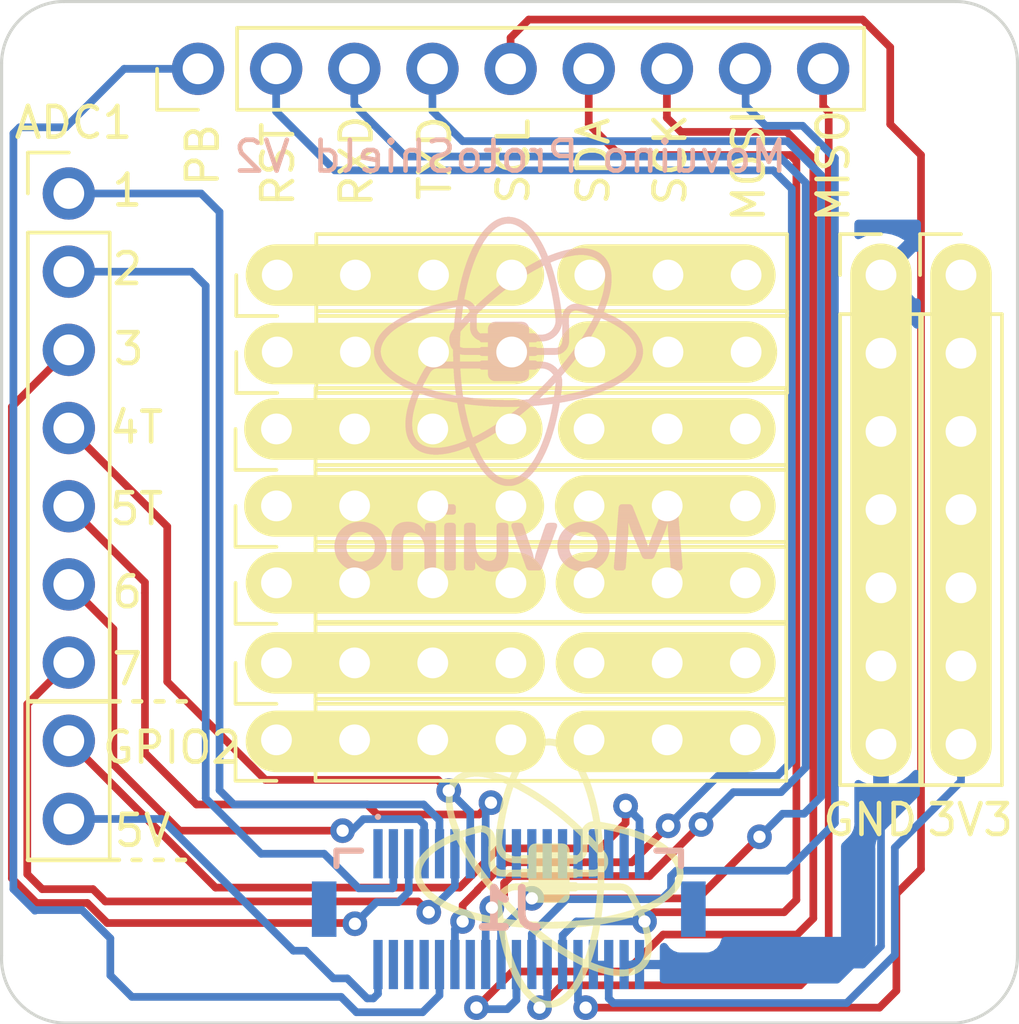
<source format=kicad_pcb>
(kicad_pcb (version 20211014) (generator pcbnew)
  (layers (0 "F.Cu" signal) (31 "B.Cu" signal) (34 "B.Paste" user) (35 "F.Paste" user) (36 "B.SilkS" user "B.Silkscreen") (37 "F.SilkS" user "F.Silkscreen") (38 "B.Mask" user) (39 "F.Mask" user) (44 "Edge.Cuts" user))
  (net 0 "")
  (net 2 "GND")
  (net 4 "+3V3")
  (net 6 "SCL")
  (net 7 "SDA")
  (net 8 "MISO")
  (net 9 "MOSI")
  (net 11 "SCK")
  (net 13 "TXD")
  (net 14 "ADC1.5T")
  (net 15 "RXD")
  (net 16 "ADC1.4T")
  (net 17 "ADC1.7")
  (net 18 "RESET")
  (net 19 "ADC1.1")
  (net 20 "PB")
  (net 21 "ADC1.6")
  (net 22 "ADC1.3")
  (net 23 "ADC1.2")
  (net 24 "+5V")
  (net 36 "GPIO2")
  (footprint "Connector_PinHeader_2.54mm:PinHeader_1x07_P2.54mm_Vertical" (layer "F.Cu") (at 157.7 38)
    (fp_text reference "REF**" hide)
    (fp_text value "PinHeader_1x07_P2.54mm_Vertical" hide)
    (pad "1" thru_hole circle (at 0 0) (size 1.7 1.7) (drill 1) (layers *.Cu *.Mask) (net 4 "+3V3"))
    (pad "2" thru_hole oval (at 0 2.54) (size 1.7 1.7) (drill 1) (layers *.Cu *.Mask) (net 4 "+3V3"))
    (pad "3" thru_hole oval (at 0 5.08) (size 1.7 1.7) (drill 1) (layers *.Cu *.Mask) (net 4 "+3V3"))
    (pad "4" thru_hole oval (at 0 7.62) (size 1.7 1.7) (drill 1) (layers *.Cu *.Mask) (net 4 "+3V3"))
    (pad "5" thru_hole oval (at 0 10.16) (size 1.7 1.7) (drill 1) (layers *.Cu *.Mask) (net 4 "+3V3"))
    (pad "6" thru_hole oval (at 0 12.7) (size 1.7 1.7) (drill 1) (layers *.Cu *.Mask) (net 4 "+3V3"))
    (pad "7" thru_hole oval (at 0 15.24) (size 1.7 1.7) (drill 1) (layers *.Cu *.Mask) (net 4 "+3V3"))
  )
  (footprint "Connector_PinHeader_2.54mm:PinHeader_1x07_P2.54mm_Vertical" (layer "F.Cu") (at 135.45 43 90)
    (fp_text reference "REF**" hide)
    (fp_text value "PinHeader_1x07_P2.54mm_Vertical" hide)
    (pad "1" thru_hole circle (at 0 0 90) (size 1.7 1.7) (drill 1) (layers *.Cu *.Mask))
    (pad "2" thru_hole oval (at 0 2.54 90) (size 1.7 1.7) (drill 1) (layers *.Cu *.Mask))
    (pad "3" thru_hole oval (at 0 5.08 90) (size 1.7 1.7) (drill 1) (layers *.Cu *.Mask))
    (pad "4" thru_hole oval (at 0 7.62 90) (size 1.7 1.7) (drill 1) (layers *.Cu *.Mask))
    (pad "5" thru_hole oval (at 0 10.16 90) (size 1.7 1.7) (drill 1) (layers *.Cu *.Mask))
    (pad "6" thru_hole oval (at 0 12.7 90) (size 1.7 1.7) (drill 1) (layers *.Cu *.Mask))
    (pad "7" thru_hole oval (at 0 15.24 90) (size 1.7 1.7) (drill 1) (layers *.Cu *.Mask))
  )
  (footprint "" (layer "F.Cu") (at 128.52 31.104214)
    (fp_text reference "" (at 0 0) (layer "F.SilkS") (effects (font (size 1.27 1.27))))
    (fp_text value "" (at 0 0) (layer "F.SilkS") (effects (font (size 1.27 1.27))))
    (pad "" np_thru_hole circle locked (at 0 0) (size 2.2 2.2) (drill 2.2) (layers *.Cu *.Mask))
  )
  (footprint "" (layer "F.Cu") (at 157.52 31.104214)
    (fp_text reference "" (at 0 0) (layer "F.SilkS") (effects (font (size 1.27 1.27))))
    (fp_text value "" (at 0 0) (layer "F.SilkS") (effects (font (size 1.27 1.27))))
    (pad "" np_thru_hole circle locked (at 0 0) (size 2.2 2.2) (drill 2.2) (layers *.Cu *.Mask))
  )
  (footprint "Connector_PinHeader_2.54mm:PinHeader_1x07_P2.54mm_Vertical" (layer "F.Cu") (at 135.475 40.5 90)
    (fp_text reference "REF**" hide)
    (fp_text value "PinHeader_1x07_P2.54mm_Vertical" hide)
    (pad "1" thru_hole circle (at 0 0 90) (size 1.7 1.7) (drill 1) (layers *.Cu *.Mask))
    (pad "2" thru_hole oval (at 0 2.54 90) (size 1.7 1.7) (drill 1) (layers *.Cu *.Mask))
    (pad "3" thru_hole oval (at 0 5.08 90) (size 1.7 1.7) (drill 1) (layers *.Cu *.Mask))
    (pad "4" thru_hole oval (at 0 7.62 90) (size 1.7 1.7) (drill 1) (layers *.Cu *.Mask))
    (pad "5" thru_hole oval (at 0 10.16 90) (size 1.7 1.7) (drill 1) (layers *.Cu *.Mask))
    (pad "6" thru_hole oval (at 0 12.7 90) (size 1.7 1.7) (drill 1) (layers *.Cu *.Mask))
    (pad "7" thru_hole oval (at 0 15.24 90) (size 1.7 1.7) (drill 1) (layers *.Cu *.Mask))
  )
  (footprint "MovuinoESP8266:LOGO_MOVUINO_BMP_11MM-BOTTOM" (layer "F.Cu") (at 142.95 40.5)
    (fp_text reference "U$8" hide)
    (fp_text value "LOGO_MOVUINOBOTTOM_11MM" hide)
  )
  (footprint "" (layer "F.Cu") (at 128.52 60.104214)
    (fp_text reference "" (at 0 0) (layer "F.SilkS") (effects (font (size 1.27 1.27))))
    (fp_text value "" (at 0 0) (layer "F.SilkS") (effects (font (size 1.27 1.27))))
    (pad "" np_thru_hole circle locked (at 0 0) (size 2.2 2.2) (drill 2.2) (layers *.Cu *.Mask))
  )
  (footprint "Connector_PinHeader_2.54mm:PinHeader_1x07_P2.54mm_Vertical" (layer "F.Cu") (at 135.45 53.1 90)
    (fp_text reference "REF**" hide)
    (fp_text value "PinHeader_1x07_P2.54mm_Vertical" hide)
    (pad "1" thru_hole circle (at 0 0 90) (size 1.7 1.7) (drill 1) (layers *.Cu *.Mask))
    (pad "2" thru_hole oval (at 0 2.54 90) (size 1.7 1.7) (drill 1) (layers *.Cu *.Mask))
    (pad "3" thru_hole oval (at 0 5.08 90) (size 1.7 1.7) (drill 1) (layers *.Cu *.Mask))
    (pad "4" thru_hole oval (at 0 7.62 90) (size 1.7 1.7) (drill 1) (layers *.Cu *.Mask))
    (pad "5" thru_hole oval (at 0 10.16 90) (size 1.7 1.7) (drill 1) (layers *.Cu *.Mask))
    (pad "6" thru_hole oval (at 0 12.7 90) (size 1.7 1.7) (drill 1) (layers *.Cu *.Mask))
    (pad "7" thru_hole oval (at 0 15.24 90) (size 1.7 1.7) (drill 1) (layers *.Cu *.Mask))
  )
  (footprint "" (layer "F.Cu") (at 157.52 60.104214)
    (fp_text reference "" (at 0 0) (layer "F.SilkS") (effects (font (size 1.27 1.27))))
    (fp_text value "" (at 0 0) (layer "F.SilkS") (effects (font (size 1.27 1.27))))
    (pad "" np_thru_hole circle locked (at 0 0) (size 2.2 2.2) (drill 2.2) (layers *.Cu *.Mask))
  )
  (footprint "Connector_PinHeader_2.54mm:PinHeader_1x07_P2.54mm_Vertical" (layer "F.Cu") (at 155.1 38)
    (fp_text reference "REF**" hide)
    (fp_text value "PinHeader_1x07_P2.54mm_Vertical" hide)
    (pad "1" thru_hole circle (at 0 0) (size 1.7 1.7) (drill 1) (layers *.Cu *.Mask) (net 2 "GND"))
    (pad "2" thru_hole oval (at 0 2.54) (size 1.7 1.7) (drill 1) (layers *.Cu *.Mask) (net 2 "GND"))
    (pad "3" thru_hole oval (at 0 5.08) (size 1.7 1.7) (drill 1) (layers *.Cu *.Mask) (net 2 "GND"))
    (pad "4" thru_hole oval (at 0 7.62) (size 1.7 1.7) (drill 1) (layers *.Cu *.Mask) (net 2 "GND"))
    (pad "5" thru_hole oval (at 0 10.16) (size 1.7 1.7) (drill 1) (layers *.Cu *.Mask) (net 2 "GND"))
    (pad "6" thru_hole oval (at 0 12.7) (size 1.7 1.7) (drill 1) (layers *.Cu *.Mask) (net 2 "GND"))
    (pad "7" thru_hole oval (at 0 15.24) (size 1.7 1.7) (drill 1) (layers *.Cu *.Mask) (net 2 "GND"))
  )
  (footprint "Connector_PinHeader_2.54mm:PinHeader_1x09_P2.54mm_Vertical" (layer "F.Cu") (at 128.7 35.35)
    (fp_text reference "REF**" hide)
    (fp_text value "PinHeader_1x09_P2.54mm_Vertical" hide)
    (pad "1" thru_hole circle (at 0 0) (size 1.7 1.7) (drill 1) (layers *.Cu *.Mask) (net 19 "ADC1.1"))
    (pad "2" thru_hole oval (at 0 2.54) (size 1.7 1.7) (drill 1) (layers *.Cu *.Mask) (net 23 "ADC1.2"))
    (pad "3" thru_hole oval (at 0 5.08) (size 1.7 1.7) (drill 1) (layers *.Cu *.Mask) (net 22 "ADC1.3"))
    (pad "4" thru_hole oval (at 0 7.62) (size 1.7 1.7) (drill 1) (layers *.Cu *.Mask) (net 16 "ADC1.4T"))
    (pad "5" thru_hole oval (at 0 10.16) (size 1.7 1.7) (drill 1) (layers *.Cu *.Mask) (net 14 "ADC1.5T"))
    (pad "6" thru_hole oval (at 0 12.7) (size 1.7 1.7) (drill 1) (layers *.Cu *.Mask) (net 21 "ADC1.6"))
    (pad "7" thru_hole oval (at 0 15.24) (size 1.7 1.7) (drill 1) (layers *.Cu *.Mask) (net 17 "ADC1.7"))
    (pad "8" thru_hole oval (at 0 17.78) (size 1.7 1.7) (drill 1) (layers *.Cu *.Mask) (net 36 "GPIO2"))
    (pad "9" thru_hole oval (at 0 20.32) (size 1.7 1.7) (drill 1) (layers *.Cu *.Mask) (net 24 "+5V"))
  )
  (footprint "Connector_PinHeader_2.54mm:PinHeader_1x07_P2.54mm_Vertical" (layer "F.Cu") (at 135.45 45.5 90)
    (fp_text reference "REF**" hide)
    (fp_text value "PinHeader_1x07_P2.54mm_Vertical" hide)
    (pad "1" thru_hole circle (at 0 0 90) (size 1.7 1.7) (drill 1) (layers *.Cu *.Mask))
    (pad "2" thru_hole oval (at 0 2.54 90) (size 1.7 1.7) (drill 1) (layers *.Cu *.Mask))
    (pad "3" thru_hole oval (at 0 5.08 90) (size 1.7 1.7) (drill 1) (layers *.Cu *.Mask))
    (pad "4" thru_hole oval (at 0 7.62 90) (size 1.7 1.7) (drill 1) (layers *.Cu *.Mask))
    (pad "5" thru_hole oval (at 0 10.16 90) (size 1.7 1.7) (drill 1) (layers *.Cu *.Mask))
    (pad "6" thru_hole oval (at 0 12.7 90) (size 1.7 1.7) (drill 1) (layers *.Cu *.Mask))
    (pad "7" thru_hole oval (at 0 15.24 90) (size 1.7 1.7) (drill 1) (layers *.Cu *.Mask))
  )
  (footprint "Connector_PinHeader_2.54mm:PinHeader_1x07_P2.54mm_Vertical" (layer "F.Cu") (at 135.45 50.6 90)
    (fp_text reference "REF**" hide)
    (fp_text value "PinHeader_1x07_P2.54mm_Vertical" hide)
    (pad "1" thru_hole circle (at 0 0 90) (size 1.7 1.7) (drill 1) (layers *.Cu *.Mask))
    (pad "2" thru_hole oval (at 0 2.54 90) (size 1.7 1.7) (drill 1) (layers *.Cu *.Mask))
    (pad "3" thru_hole oval (at 0 5.08 90) (size 1.7 1.7) (drill 1) (layers *.Cu *.Mask))
    (pad "4" thru_hole oval (at 0 7.62 90) (size 1.7 1.7) (drill 1) (layers *.Cu *.Mask))
    (pad "5" thru_hole oval (at 0 10.16 90) (size 1.7 1.7) (drill 1) (layers *.Cu *.Mask))
    (pad "6" thru_hole oval (at 0 12.7 90) (size 1.7 1.7) (drill 1) (layers *.Cu *.Mask))
    (pad "7" thru_hole oval (at 0 15.24 90) (size 1.7 1.7) (drill 1) (layers *.Cu *.Mask))
  )
  (footprint "Connector_PinHeader_2.54mm:PinHeader_1x07_P2.54mm_Vertical" (layer "F.Cu") (at 135.45 48 90)
    (fp_text reference "REF**" hide)
    (fp_text value "PinHeader_1x07_P2.54mm_Vertical" hide)
    (pad "1" thru_hole circle (at 0 0 90) (size 1.7 1.7) (drill 1) (layers *.Cu *.Mask))
    (pad "2" thru_hole oval (at 0 2.54 90) (size 1.7 1.7) (drill 1) (layers *.Cu *.Mask))
    (pad "3" thru_hole oval (at 0 5.08 90) (size 1.7 1.7) (drill 1) (layers *.Cu *.Mask))
    (pad "4" thru_hole oval (at 0 7.62 90) (size 1.7 1.7) (drill 1) (layers *.Cu *.Mask))
    (pad "5" thru_hole oval (at 0 10.16 90) (size 1.7 1.7) (drill 1) (layers *.Cu *.Mask))
    (pad "6" thru_hole oval (at 0 12.7 90) (size 1.7 1.7) (drill 1) (layers *.Cu *.Mask))
    (pad "7" thru_hole oval (at 0 15.24 90) (size 1.7 1.7) (drill 1) (layers *.Cu *.Mask))
  )
  (footprint "Connector_PinHeader_2.54mm:PinHeader_1x09_P2.54mm_Vertical" (layer "F.Cu") (at 132.9 31.3 90)
    (fp_text reference "REF**" hide)
    (fp_text value "PinHeader_1x09_P2.54mm_Vertical" hide)
    (pad "1" thru_hole circle (at 0 0 90) (size 1.7 1.7) (drill 1) (layers *.Cu *.Mask) (net 20 "PB"))
    (pad "2" thru_hole oval (at 0 2.54 90) (size 1.7 1.7) (drill 1) (layers *.Cu *.Mask) (net 18 "RESET"))
    (pad "3" thru_hole oval (at 0 5.08 90) (size 1.7 1.7) (drill 1) (layers *.Cu *.Mask) (net 15 "RXD"))
    (pad "4" thru_hole oval (at 0 7.62 90) (size 1.7 1.7) (drill 1) (layers *.Cu *.Mask) (net 13 "TXD"))
    (pad "5" thru_hole oval (at 0 10.16 90) (size 1.7 1.7) (drill 1) (layers *.Cu *.Mask) (net 6 "SCL"))
    (pad "6" thru_hole oval (at 0 12.7 90) (size 1.7 1.7) (drill 1) (layers *.Cu *.Mask) (net 7 "SDA"))
    (pad "7" thru_hole oval (at 0 15.24 90) (size 1.7 1.7) (drill 1) (layers *.Cu *.Mask) (net 11 "SCK"))
    (pad "8" thru_hole oval (at 0 17.78 90) (size 1.7 1.7) (drill 1) (layers *.Cu *.Mask) (net 9 "MOSI"))
    (pad "9" thru_hole oval (at 0 20.32 90) (size 1.7 1.7) (drill 1) (layers *.Cu *.Mask) (net 8 "MISO"))
  )
  (footprint "Connector_PinHeader_2.54mm:PinHeader_1x07_P2.54mm_Vertical" (layer "F.Cu") (at 135.475 38 90)
    (fp_text reference "REF**" hide)
    (fp_text value "PinHeader_1x07_P2.54mm_Vertical" hide)
    (pad "1" thru_hole circle (at 0 0 90) (size 1.7 1.7) (drill 1) (layers *.Cu *.Mask))
    (pad "2" thru_hole oval (at 0 2.54 90) (size 1.7 1.7) (drill 1) (layers *.Cu *.Mask))
    (pad "3" thru_hole oval (at 0 5.08 90) (size 1.7 1.7) (drill 1) (layers *.Cu *.Mask))
    (pad "4" thru_hole oval (at 0 7.62 90) (size 1.7 1.7) (drill 1) (layers *.Cu *.Mask))
    (pad "5" thru_hole oval (at 0 10.16 90) (size 1.7 1.7) (drill 1) (layers *.Cu *.Mask))
    (pad "6" thru_hole oval (at 0 12.7 90) (size 1.7 1.7) (drill 1) (layers *.Cu *.Mask))
    (pad "7" thru_hole oval (at 0 15.24 90) (size 1.7 1.7) (drill 1) (layers *.Cu *.Mask))
  )
  (footprint "MovuinoESP8266:LOGO_MOVUINO_BMP_11MM-BOTTOM" (layer "B.Cu") (at 144.35 57.45 180)
    (fp_text reference "U$8" hide)
    (fp_text value "LOGO_MOVUINOBOTTOM_11MM" hide)
  )
  (footprint "DF12_3.0_-36DP-0:DF123036DP05V86" (layer "B.Cu") (at 143 58.6)
    (fp_text reference "J1" (at 0 0 180) (layer "B.SilkS") (effects (font (size 1.27 1.27) (thickness 0.254)) (justify mirror)))
    (fp_text value "DF12_3.0_-36DP-0.5V_86_" hide)
    (pad "1" smd rect (at -4.25 -1.8) (size 0.3 1.6) (layers "B.Cu" "B.Paste" "B.Mask"))
    (pad "2" smd rect (at -4.25 1.8) (size 0.3 1.6) (layers "B.Cu" "B.Paste" "B.Mask") (net 24 "+5V"))
    (pad "3" smd rect (at -3.75 -1.8) (size 0.3 1.6) (layers "B.Cu" "B.Paste" "B.Mask") (net 23 "ADC1.2"))
    (pad "4" smd rect (at -3.75 1.8) (size 0.3 1.6) (layers "B.Cu" "B.Paste" "B.Mask"))
    (pad "5" smd rect (at -3.25 -1.8) (size 0.3 1.6) (layers "B.Cu" "B.Paste" "B.Mask") (net 22 "ADC1.3"))
    (pad "6" smd rect (at -3.25 1.8) (size 0.3 1.6) (layers "B.Cu" "B.Paste" "B.Mask"))
    (pad "7" smd rect (at -2.75 -1.8) (size 0.3 1.6) (layers "B.Cu" "B.Paste" "B.Mask") (net 21 "ADC1.6"))
    (pad "8" smd rect (at -2.75 1.8) (size 0.3 1.6) (layers "B.Cu" "B.Paste" "B.Mask"))
    (pad "9" smd rect (at -2.25 -1.8) (size 0.3 1.6) (layers "B.Cu" "B.Paste" "B.Mask") (net 19 "ADC1.1"))
    (pad "10" smd rect (at -2.25 1.8) (size 0.3 1.6) (layers "B.Cu" "B.Paste" "B.Mask") (net 20 "PB"))
    (pad "11" smd rect (at -1.75 -1.8) (size 0.3 1.6) (layers "B.Cu" "B.Paste" "B.Mask") (net 17 "ADC1.7"))
    (pad "12" smd rect (at -1.75 1.8) (size 0.3 1.6) (layers "B.Cu" "B.Paste" "B.Mask") (net 18 "RESET"))
    (pad "13" smd rect (at -1.25 -1.8) (size 0.3 1.6) (layers "B.Cu" "B.Paste" "B.Mask") (net 16 "ADC1.4T"))
    (pad "14" smd rect (at -1.25 1.8) (size 0.3 1.6) (layers "B.Cu" "B.Paste" "B.Mask"))
    (pad "15" smd rect (at -0.75 -1.8) (size 0.3 1.6) (layers "B.Cu" "B.Paste" "B.Mask") (net 14 "ADC1.5T"))
    (pad "16" smd rect (at -0.75 1.8) (size 0.3 1.6) (layers "B.Cu" "B.Paste" "B.Mask") (net 15 "RXD"))
    (pad "17" smd rect (at -0.25 -1.8) (size 0.3 1.6) (layers "B.Cu" "B.Paste" "B.Mask"))
    (pad "18" smd rect (at -0.25 1.8) (size 0.3 1.6) (layers "B.Cu" "B.Paste" "B.Mask") (net 13 "TXD"))
    (pad "19" smd rect (at 0.25 -1.8) (size 0.3 1.6) (layers "B.Cu" "B.Paste" "B.Mask"))
    (pad "20" smd rect (at 0.25 1.8) (size 0.3 1.6) (layers "B.Cu" "B.Paste" "B.Mask") (net 11 "SCK"))
    (pad "21" smd rect (at 0.75 -1.8) (size 0.3 1.6) (layers "B.Cu" "B.Paste" "B.Mask"))
    (pad "22" smd rect (at 0.75 1.8) (size 0.3 1.6) (layers "B.Cu" "B.Paste" "B.Mask") (net 9 "MOSI"))
    (pad "23" smd rect (at 1.25 -1.8) (size 0.3 1.6) (layers "B.Cu" "B.Paste" "B.Mask"))
    (pad "24" smd rect (at 1.25 1.8) (size 0.3 1.6) (layers "B.Cu" "B.Paste" "B.Mask") (net 8 "MISO"))
    (pad "25" smd rect (at 1.75 -1.8) (size 0.3 1.6) (layers "B.Cu" "B.Paste" "B.Mask"))
    (pad "26" smd rect (at 1.75 1.8) (size 0.3 1.6) (layers "B.Cu" "B.Paste" "B.Mask") (net 7 "SDA"))
    (pad "27" smd rect (at 2.25 -1.8) (size 0.3 1.6) (layers "B.Cu" "B.Paste" "B.Mask"))
    (pad "28" smd rect (at 2.25 1.8) (size 0.3 1.6) (layers "B.Cu" "B.Paste" "B.Mask") (net 6 "SCL"))
    (pad "29" smd rect (at 2.75 -1.8) (size 0.3 1.6) (layers "B.Cu" "B.Paste" "B.Mask"))
    (pad "30" smd rect (at 2.75 1.8) (size 0.3 1.6) (layers "B.Cu" "B.Paste" "B.Mask") (net 4 "+3V3"))
    (pad "31" smd rect (at 3.25 -1.8) (size 0.3 1.6) (layers "B.Cu" "B.Paste" "B.Mask"))
    (pad "32" smd rect (at 3.25 1.8) (size 0.3 1.6) (layers "B.Cu" "B.Paste" "B.Mask") (net 4 "+3V3"))
    (pad "33" smd rect (at 3.75 -1.8) (size 0.3 1.6) (layers "B.Cu" "B.Paste" "B.Mask"))
    (pad "34" smd rect (at 3.75 1.8) (size 0.3 1.6) (layers "B.Cu" "B.Paste" "B.Mask") (net 2 "GND"))
    (pad "35" smd rect (at 4.25 -1.8) (size 0.3 1.6) (layers "B.Cu" "B.Paste" "B.Mask") (net 36 "GPIO2"))
    (pad "36" smd rect (at 4.25 1.8) (size 0.3 1.6) (layers "B.Cu" "B.Paste" "B.Mask") (net 2 "GND"))
    (pad "MP1" smd rect (at -6 0) (size 0.8 1.8) (layers "B.Cu" "B.Paste" "B.Mask"))
    (pad "MP2" smd rect (at 6 0) (size 0.8 1.8) (layers "B.Cu" "B.Paste" "B.Mask"))
  )
  (gr_line (start 145.525 50.6) (end 150.675 50.6) (layer "F.SilkS") (width 2))
  (gr_line (start 131.5 57) (end 131.75 57) (layer "F.SilkS") (width 0.15))
  (gr_line (start 135.4 45.5) (end 143.15 45.5) (layer "F.SilkS") (width 2))
  (gr_line (start 145.5 45.5) (end 150.675 45.5) (layer "F.SilkS") (width 2))
  (gr_line (start 132.25 51.85) (end 132.5 51.85) (layer "F.SilkS") (width 0.15))
  (gr_line (start 155.1 53.3) (end 155.1 37.975) (layer "F.SilkS") (width 2))
  (gr_line (start 135.45 38) (end 143.15 38) (layer "F.SilkS") (width 2))
  (gr_line (start 130.775 57) (end 131.025 57) (layer "F.SilkS") (width 0.15))
  (gr_line (start 131.525 51.85) (end 131.775 51.85) (layer "F.SilkS") (width 0.15))
  (gr_line (start 135.45 48) (end 143.2 48) (layer "F.SilkS") (width 2))
  (gr_line (start 145.6 40.5) (end 150.725 40.5) (layer "F.SilkS") (width 2))
  (gr_line (start 145.575 38) (end 150.675 38) (layer "F.SilkS") (width 2))
  (gr_line (start 135.45 53.15) (end 143.2 53.15) (layer "F.SilkS") (width 2))
  (gr_line (start 135.4 40.55) (end 143.15 40.55) (layer "F.SilkS") (width 2))
  (gr_line (start 135.4 43) (end 143.1 43) (layer "F.SilkS") (width 2))
  (gr_line (start 145.6 43) (end 150.675 43) (layer "F.SilkS") (width 2))
  (gr_line (start 145.525 48) (end 150.675 48) (layer "F.SilkS") (width 2))
  (gr_line (start 157.7 53.3) (end 157.7 37.975) (layer "F.SilkS") (width 2))
  (gr_line (start 130.8 51.85) (end 131.05 51.85) (layer "F.SilkS") (width 0.15))
  (gr_line (start 145.525 53.15) (end 150.675 53.15) (layer "F.SilkS") (width 2))
  (gr_line (start 127.4 51.85) (end 130.35 51.85) (layer "F.SilkS") (width 0.15))
  (gr_line (start 135.425 50.6) (end 143.175 50.6) (layer "F.SilkS") (width 2))
  (gr_line (start 127.375 57) (end 130.325 57) (layer "F.SilkS") (width 0.15))
  (gr_line (start 132.225 57) (end 132.475 57) (layer "F.SilkS") (width 0.15))
  (gr_line (start 126.515786 31.114214) (end 126.515786 60.114214) (layer "Edge.Cuts") (width 0.1))
  (gr_arc (start 159.535786 60.114214) (mid 158.965205 61.590777) (end 157.55 62.3) (layer "Edge.Cuts") (width 0.1))
  (gr_line (start 159.535786 31.114214) (end 159.535786 60.114214) (layer "Edge.Cuts") (width 0.1))
  (gr_line (start 128.535786 29.114214) (end 157.535786 29.114214) (layer "Edge.Cuts") (width 0.1))
  (gr_arc (start 157.535786 29.114214) (mid 158.950004 29.699996) (end 159.535786 31.114214) (layer "Edge.Cuts") (width 0.1))
  (gr_arc (start 126.515786 31.114214) (mid 127.114488 29.698803) (end 128.535786 29.114214) (layer "Edge.Cuts") (width 0.1))
  (gr_arc (start 128.55 62.3) (mid 127.075488 61.632787) (end 126.515786 60.114214) (layer "Edge.Cuts") (width 0.1))
  (gr_line (start 128.55 62.3) (end 157.55 62.3) (layer "Edge.Cuts") (width 0.1))
  (gr_text "Movuino ProtoShield V2" (at 143.05 34.15) (layer "B.SilkS") (effects (font (size 1 1)) (justify mirror)))
  (gr_text "RXD" (at 138.05 34.3 90) (layer "F.SilkS") (effects (font (size 1 1))))
  (gr_text "2" (at 130.6 37.8) (layer "F.SilkS") (effects (font (size 1 1))))
  (gr_text "5V" (at 131.1 56.05) (layer "F.SilkS") (effects (font (size 1 1))))
  (gr_text "GND" (at 154.75 55.7) (layer "F.SilkS") (effects (font (size 1 1))))
  (gr_text "MISO" (at 153.55 34.45 90) (layer "F.SilkS") (effects (font (size 1 1))))
  (gr_text "RST" (at 135.5 34.4 90) (layer "F.SilkS") (effects (font (size 1 1))))
  (gr_text "3" (at 130.65 40.4) (layer "F.SilkS") (effects (font (size 1 1))))
  (gr_text "SCK" (at 148.25 34.25 90) (layer "F.SilkS") (effects (font (size 1 1))))
  (gr_text "4T" (at 130.9 42.95) (layer "F.SilkS") (effects (font (size 1 1))))
  (gr_text "PB" (at 133.05 34.1 90) (layer "F.SilkS") (effects (font (size 1 1))))
  (gr_text "7" (at 130.6 50.8) (layer "F.SilkS") (effects (font (size 1 1))))
  (gr_text "TXD" (at 140.6 34.2 90) (layer "F.SilkS") (effects (font (size 1 1))))
  (gr_text "GPIO2" (at 132.05 53.35) (layer "F.SilkS") (effects (font (size 1 1))))
  (gr_text "MOSI" (at 150.8 34.45 90) (layer "F.SilkS") (effects (font (size 1 1))))
  (gr_text "SDA" (at 145.75 34.3 90) (layer "F.SilkS") (effects (font (size 1 1))))
  (gr_text "SCL" (at 143.15 34.3 90) (layer "F.SilkS") (effects (font (size 1 1))))
  (gr_text "ADC1" (at 128.85 33.05) (layer "F.SilkS") (effects (font (size 1 1))))
  (gr_text "3V3" (at 158 55.7) (layer "F.SilkS") (effects (font (size 1 1))))
  (gr_text "1" (at 130.6 35.25) (layer "F.SilkS") (effects (font (size 1 1))))
  (gr_text "5T" (at 130.9 45.6) (layer "F.SilkS") (effects (font (size 1 1))))
  (gr_text "6" (at 130.6 48.3) (layer "F.SilkS") (effects (font (size 1 1))))
  (segment (start 135.475 40.5) (end 143.095 40.5) (width 0.2) (layer "F.Cu") (net 0))
  (segment (start 145.61 48) (end 150.69 48) (width 0.2) (layer "F.Cu") (net 0))
  (segment (start 135.45 48) (end 143.07 48) (width 0.2) (layer "F.Cu") (net 0))
  (segment (start 145.61 50.6) (end 150.69 50.6) (width 0.2) (layer "F.Cu") (net 0))
  (segment (start 145.635 38) (end 150.715 38) (width 0.2) (layer "F.Cu") (net 0))
  (segment (start 135.475 38) (end 143.095 38) (width 0.2) (layer "F.Cu") (net 0))
  (segment (start 145.635 40.5) (end 150.715 40.5) (width 0.2) (layer "F.Cu") (net 0))
  (segment (start 135.45 43) (end 143.07 43) (width 0.2) (layer "F.Cu") (net 0))
  (segment (start 135.45 50.6) (end 143.07 50.6) (width 0.2) (layer "F.Cu") (net 0))
  (segment (start 145.61 45.5) (end 150.69 45.5) (width 0.2) (layer "F.Cu") (net 0))
  (segment (start 145.61 53.1) (end 150.69 53.1) (width 0.2) (layer "F.Cu") (net 0))
  (segment (start 135.45 45.5) (end 143.07 45.5) (width 0.2) (layer "F.Cu") (net 0))
  (segment (start 135.45 53.1) (end 143.07 53.1) (width 0.2) (layer "F.Cu") (net 0))
  (segment (start 145.61 43) (end 150.69 43) (width 0.2) (layer "F.Cu") (net 0))
  (segment (start 155.1 49.5) (end 155.1 38) (width 0.2) (layer "B.Cu") (net 2))
  (segment (start 155.1 49.5) (end 155.1 53.24) (width 0.2) (layer "B.Cu") (net 2))
  (segment (start 154.5 60.4) (end 155.1 59.8) (width 0.25) (layer "B.Cu") (net 2))
  (segment (start 155.1 50.7) (end 155.1 49.5) (width 0.2) (layer "B.Cu") (net 2))
  (segment (start 146.75 60.4) (end 147.25 60.4) (width 0.25) (layer "B.Cu") (net 2))
  (segment (start 147.25 60.4) (end 154.5 60.4) (width 0.25) (layer "B.Cu") (net 2))
  (segment (start 155.1 59.8) (end 155.1 53.24) (width 0.25) (layer "B.Cu") (net 2))
  (segment (start 155.54952 60.086198) (end 155.54952 56.60048) (width 0.25) (layer "B.Cu") (net 4))
  (segment (start 157.7 38) (end 157.7 53.24) (width 0.2) (layer "B.Cu") (net 4))
  (segment (start 146.25 61.499022) (end 146.4 61.649022) (width 0.25) (layer "B.Cu") (net 4))
  (segment (start 146.25 60.4) (end 146.25 61.499022) (width 0.25) (layer "B.Cu") (net 4))
  (segment (start 145.75 60.4) (end 146.25 60.4) (width 0.25) (layer "B.Cu") (net 4))
  (segment (start 146.4 61.649022) (end 146.4 61.65) (width 0.25) (layer "B.Cu") (net 4))
  (segment (start 146.4 61.65) (end 153.985718 61.65) (width 0.25) (layer "B.Cu") (net 4))
  (segment (start 157.7 54.45) (end 157.7 53.24) (width 0.25) (layer "B.Cu") (net 4))
  (segment (start 155.54952 56.60048) (end 157.7 54.45) (width 0.25) (layer "B.Cu") (net 4))
  (segment (start 153.985718 61.65) (end 155.54952 60.086198) (width 0.25) (layer "B.Cu") (net 4))
  (segment (start 155.4 33.1) (end 155.4 30.6) (width 0.25) (layer "F.Cu") (net 6))
  (segment (start 155.4 30.6) (end 154.5 29.7) (width 0.25) (layer "F.Cu") (net 6))
  (segment (start 145.5 61.8) (end 155.05 61.8) (width 0.25) (layer "F.Cu") (net 6))
  (segment (start 155.05 61.8) (end 155.6 61.25) (width 0.25) (layer "F.Cu") (net 6))
  (segment (start 143.06 30.29) (end 143.06 31.3) (width 0.25) (layer "F.Cu") (net 6))
  (segment (start 154.5 29.7) (end 143.65 29.7) (width 0.25) (layer "F.Cu") (net 6))
  (segment (start 156.4 34.1) (end 155.4 33.1) (width 0.25) (layer "F.Cu") (net 6))
  (segment (start 156.4 57.3) (end 156.4 34.1) (width 0.25) (layer "F.Cu") (net 6))
  (segment (start 155.6 58.1) (end 156.4 57.3) (width 0.25) (layer "F.Cu") (net 6))
  (segment (start 143.65 29.7) (end 143.06 30.29) (width 0.25) (layer "F.Cu") (net 6))
  (segment (start 155.6 61.25) (end 155.6 58.1) (width 0.25) (layer "F.Cu") (net 6))
  (via (at 145.5 61.8) (size 0.8) (drill 0.4) (layers "F.Cu" "B.Cu") (net 6))
  (segment (start 145.25 61.55) (end 145.25 60.4) (width 0.25) (layer "B.Cu") (net 6))
  (segment (start 145.5 61.8) (end 145.25 61.55) (width 0.25) (layer "B.Cu") (net 6))
  (segment (start 146.6 34.1) (end 145.6 33.1) (width 0.25) (layer "F.Cu") (net 7))
  (segment (start 151.95 58.7) (end 152.35 58.3) (width 0.25) (layer "F.Cu") (net 7))
  (segment (start 147.713827 58.7) (end 151.95 58.7) (width 0.25) (layer "F.Cu") (net 7))
  (segment (start 145.6 33.1) (end 145.6 31.3) (width 0.25) (layer "F.Cu") (net 7))
  (segment (start 152.35 58.3) (end 152.35 34.3) (width 0.25) (layer "F.Cu") (net 7))
  (segment (start 147.413183 59.000644) (end 147.713827 58.7) (width 0.25) (layer "F.Cu") (net 7))
  (segment (start 152.15 34.1) (end 146.6 34.1) (width 0.25) (layer "F.Cu") (net 7))
  (segment (start 152.35 34.3) (end 152.15 34.1) (width 0.25) (layer "F.Cu") (net 7))
  (via (at 147.413183 59.000644) (size 0.8) (drill 0.4) (layers "F.Cu" "B.Cu") (net 7))
  (segment (start 144.75 60.4) (end 144.75 59.45) (width 0.25) (layer "B.Cu") (net 7))
  (segment (start 145.2 59) (end 147.412539 59) (width 0.25) (layer "B.Cu") (net 7))
  (segment (start 147.412539 59) (end 147.413183 59.000644) (width 0.25) (layer "B.Cu") (net 7))
  (segment (start 144.75 59.45) (end 145.2 59) (width 0.25) (layer "B.Cu") (net 7))
  (segment (start 153.4 32.7) (end 153.22 32.52) (width 0.25) (layer "F.Cu") (net 8))
  (segment (start 153.4 60.15) (end 153.4 32.7) (width 0.25) (layer "F.Cu") (net 8))
  (segment (start 152.474511 61.075489) (end 153.4 60.15) (width 0.25) (layer "F.Cu") (net 8))
  (segment (start 144 61.8) (end 144.724511 61.075489) (width 0.25) (layer "F.Cu") (net 8))
  (segment (start 144.724511 61.075489) (end 152.474511 61.075489) (width 0.25) (layer "F.Cu") (net 8))
  (segment (start 153.22 32.52) (end 153.22 31.3) (width 0.25) (layer "F.Cu") (net 8))
  (via (at 144 61.8) (size 0.8) (drill 0.4) (layers "F.Cu" "B.Cu") (net 8))
  (segment (start 144.25 61.55) (end 144.25 60.4) (width 0.25) (layer "B.Cu") (net 8))
  (segment (start 144 61.8) (end 144.25 61.55) (width 0.25) (layer "B.Cu") (net 8))
  (segment (start 148.275489 57.974511) (end 148.275489 57.524511) (width 0.25) (layer "B.Cu") (net 9))
  (segment (start 150.7 32.075481) (end 150.7 31.32) (width 0.2) (layer "B.Cu") (net 9))
  (segment (start 151.35 33.15) (end 150.7 32.5) (width 0.25) (layer "B.Cu") (net 9))
  (segment (start 150.7 31.32) (end 150.68 31.3) (width 0.25) (layer "B.Cu") (net 9))
  (segment (start 150.7 32.5) (end 150.7 31.32) (width 0.25) (layer "B.Cu") (net 9))
  (segment (start 153.6 55.8) (end 153.6 34.2) (width 0.25) (layer "B.Cu") (net 9))
  (segment (start 152.05 57.35) (end 153.6 55.8) (width 0.25) (layer "B.Cu") (net 9))
  (segment (start 148.45 57.35) (end 152.05 57.35) (width 0.25) (layer "B.Cu") (net 9))
  (segment (start 143.75 59.4) (end 144.873867 58.276133) (width 0.25) (layer "B.Cu") (net 9))
  (segment (start 153.6 34.2) (end 152.55 33.15) (width 0.25) (layer "B.Cu") (net 9))
  (segment (start 144.873867 58.276133) (end 147.973867 58.276133) (width 0.25) (layer "B.Cu") (net 9))
  (segment (start 143.75 60.4) (end 143.75 59.4) (width 0.25) (layer "B.Cu") (net 9))
  (segment (start 148.275489 57.524511) (end 148.45 57.35) (width 0.25) (layer "B.Cu") (net 9))
  (segment (start 152.55 33.15) (end 151.35 33.15) (width 0.25) (layer "B.Cu") (net 9))
  (segment (start 147.973867 58.276133) (end 148.275489 57.974511) (width 0.25) (layer "B.Cu") (net 9))
  (segment (start 148.14 32.89) (end 148.14 31.3) (width 0.25) (layer "F.Cu") (net 11))
  (segment (start 148.020603 59.425479) (end 152.374521 59.425479) (width 0.25) (layer "F.Cu") (net 11))
  (segment (start 152.035718 33.35) (end 148.6 33.35) (width 0.25) (layer "F.Cu") (net 11))
  (segment (start 148.14 32.89) (end 148.2 32.95) (width 0.2) (layer "F.Cu") (net 11))
  (segment (start 148.6 33.35) (end 148.14 32.89) (width 0.25) (layer "F.Cu") (net 11))
  (segment (start 141.95 61.8) (end 143.124031 60.625969) (width 0.25) (layer "F.Cu") (net 11))
  (segment (start 152.9 34.214282) (end 152.035718 33.35) (width 0.25) (layer "F.Cu") (net 11))
  (segment (start 152.9 58.9) (end 152.9 34.214282) (width 0.25) (layer "F.Cu") (net 11))
  (segment (start 152.374521 59.425479) (end 152.9 58.9) (width 0.25) (layer "F.Cu") (net 11))
  (segment (start 146.820113 60.625969) (end 148.020603 59.425479) (width 0.25) (layer "F.Cu") (net 11))
  (segment (start 143.124031 60.625969) (end 146.820113 60.625969) (width 0.25) (layer "F.Cu") (net 11))
  (via (at 141.95 61.8) (size 0.8) (drill 0.4) (layers "F.Cu" "B.Cu") (net 11))
  (segment (start 143.25 61.55) (end 143.25 61.25) (width 0.25) (layer "B.Cu") (net 11))
  (segment (start 143.25 60.4) (end 143.25 61.25) (width 0.25) (layer "B.Cu") (net 11))
  (segment (start 143.25 61.25) (end 143.25 61.4) (width 0.25) (layer "B.Cu") (net 11))
  (segment (start 143.25 61.55) (end 143.25 61.4) (width 0.2) (layer "B.Cu") (net 11))
  (segment (start 142.95048 61.84952) (end 143.25 61.55) (width 0.25) (layer "B.Cu") (net 11))
  (segment (start 141.95 61.8) (end 141.99952 61.84952) (width 0.25) (layer "B.Cu") (net 11))
  (segment (start 141.99952 61.84952) (end 142.95048 61.84952) (width 0.25) (layer "B.Cu") (net 11))
  (segment (start 143.75 58.25) (end 149.15 58.25) (width 0.25) (layer "F.Cu") (net 13))
  (segment (start 149.15 58.25) (end 151.15 56.25) (width 0.25) (layer "F.Cu") (net 13))
  (via (at 143.75 58.25) (size 0.8) (drill 0.4) (layers "F.Cu" "B.Cu") (net 13))
  (via (at 151.15 56.25) (size 0.8) (drill 0.4) (layers "F.Cu" "B.Cu") (net 13))
  (segment (start 141.5 33.65) (end 140.52 32.67) (width 0.25) (layer "B.Cu") (net 13))
  (segment (start 142.75 60.4) (end 142.75 59.274614) (width 0.25) (layer "B.Cu") (net 13))
  (segment (start 151.9 55.5) (end 152.6 55.5) (width 0.25) (layer "B.Cu") (net 13))
  (segment (start 151.15 56.25) (end 151.9 55.5) (width 0.25) (layer "B.Cu") (net 13))
  (segment (start 143.75 58.274614) (end 143.75 58.25) (width 0.25) (layer "B.Cu") (net 13))
  (segment (start 152.6 55.5) (end 153.15048 54.94952) (width 0.25) (layer "B.Cu") (net 13))
  (segment (start 140.52 31.3) (end 140.52 32.27) (width 0.2) (layer "B.Cu") (net 13))
  (segment (start 140.52 32.67) (end 140.52 31.3) (width 0.25) (layer "B.Cu") (net 13))
  (segment (start 152.05048 33.65) (end 141.5 33.65) (width 0.25) (layer "B.Cu") (net 13))
  (segment (start 142.75 59.274614) (end 143.75 58.274614) (width 0.25) (layer "B.Cu") (net 13))
  (segment (start 153.15048 34.75) (end 152.05048 33.65) (width 0.25) (layer "B.Cu") (net 13))
  (segment (start 153.15048 54.94952) (end 153.15048 34.75) (width 0.25) (layer "B.Cu") (net 13))
  (segment (start 142.037318 55.524511) (end 142.421466 55.140363) (width 0.25) (layer "F.Cu") (net 14))
  (segment (start 131.175489 53.525489) (end 132.85 55.2) (width 0.25) (layer "F.Cu") (net 14))
  (segment (start 138.724511 55.524511) (end 142.037318 55.524511) (width 0.25) (layer "F.Cu") (net 14))
  (segment (start 131.175489 48.325489) (end 131.175489 53.525489) (width 0.25) (layer "F.Cu") (net 14))
  (segment (start 128.7 45.51) (end 131.175489 47.985489) (width 0.25) (layer "F.Cu") (net 14))
  (segment (start 131.175489 47.985489) (end 131.175489 48.325489) (width 0.25) (layer "F.Cu") (net 14))
  (segment (start 132.85 55.2) (end 138.4 55.2) (width 0.25) (layer "F.Cu") (net 14))
  (segment (start 138.4 55.2) (end 138.724511 55.524511) (width 0.25) (layer "F.Cu") (net 14))
  (via (at 142.421466 55.140363) (size 0.8) (drill 0.4) (layers "F.Cu" "B.Cu") (net 14))
  (segment (start 142.25 56.8) (end 142.25 55.311829) (width 0.25) (layer "B.Cu") (net 14))
  (segment (start 142.25 55.311829) (end 142.421466 55.140363) (width 0.25) (layer "B.Cu") (net 14))
  (segment (start 142.85 58.15) (end 142.85 57.75) (width 0.25) (layer "F.Cu") (net 15))
  (segment (start 142.45 58.55) (end 142.85 58.15) (width 0.25) (layer "F.Cu") (net 15))
  (segment (start 143.074511 57.525489) (end 147.574511 57.525489) (width 0.25) (layer "F.Cu") (net 15))
  (segment (start 147.574511 57.525489) (end 149.25 55.85) (width 0.25) (layer "F.Cu") (net 15))
  (segment (start 142.85 57.75) (end 143.074511 57.525489) (width 0.25) (layer "F.Cu") (net 15))
  (via (at 142.45 58.55) (size 0.8) (drill 0.4) (layers "F.Cu" "B.Cu") (net 15))
  (via (at 149.25 55.85) (size 0.8) (drill 0.4) (layers "F.Cu" "B.Cu") (net 15))
  (segment (start 142.25 60.4) (end 142.25 58.75) (width 0.25) (layer "B.Cu") (net 15))
  (segment (start 139.65 34.15) (end 137.98 32.48) (width 0.25) (layer "B.Cu") (net 15))
  (segment (start 137.98 31.3) (end 137.98 32.08) (width 0.2) (layer "B.Cu") (net 15))
  (segment (start 137.98 32.08) (end 138 32.1) (width 0.2) (layer "B.Cu") (net 15))
  (segment (start 138 32.1) (end 138 32.125481) (width 0.2) (layer "B.Cu") (net 15))
  (segment (start 150.3 54.8) (end 151.85 54.8) (width 0.25) (layer "B.Cu") (net 15))
  (segment (start 137.98 32.48) (end 137.98 31.3) (width 0.25) (layer "B.Cu") (net 15))
  (segment (start 152.65 35) (end 151.8 34.15) (width 0.25) (layer "B.Cu") (net 15))
  (segment (start 151.85 54.8) (end 152.65 54) (width 0.25) (layer "B.Cu") (net 15))
  (segment (start 149.25 55.85) (end 150.3 54.8) (width 0.25) (layer "B.Cu") (net 15))
  (segment (start 151.8 34.15) (end 139.65 34.15) (width 0.25) (layer "B.Cu") (net 15))
  (segment (start 152.65 54) (end 152.65 35) (width 0.25) (layer "B.Cu") (net 15))
  (segment (start 142.25 58.75) (end 142.45 58.55) (width 0.25) (layer "B.Cu") (net 15))
  (segment (start 131.9 46.17) (end 128.7 42.97) (width 0.25) (layer "F.Cu") (net 16))
  (segment (start 141.05 54.75) (end 140.7 54.4) (width 0.25) (layer "F.Cu") (net 16))
  (segment (start 135.08899 54.4) (end 131.9 51.21101) (width 0.25) (layer "F.Cu") (net 16))
  (segment (start 140.7 54.4) (end 135.08899 54.4) (width 0.25) (layer "F.Cu") (net 16))
  (segment (start 131.9 51.21101) (end 131.9 46.17) (width 0.25) (layer "F.Cu") (net 16))
  (via (at 141.05 54.75) (size 0.8) (drill 0.4) (layers "F.Cu" "B.Cu") (net 16))
  (segment (start 141.05 54.75) (end 141.742847 55.442847) (width 0.25) (layer "B.Cu") (net 16))
  (segment (start 141.75 55.442847) (end 141.75 56.8) (width 0.25) (layer "B.Cu") (net 16))
  (segment (start 127.35 51.94) (end 128.7 50.59) (width 0.25) (layer "F.Cu") (net 17))
  (segment (start 129.885237 58.34952) (end 129.486197 57.95048) (width 0.25) (layer "F.Cu") (net 17))
  (segment (start 127.836198 57.95048) (end 127.35 57.464282) (width 0.25) (layer "F.Cu") (net 17))
  (segment (start 140.04952 58.34952) (end 129.885237 58.34952) (width 0.25) (layer "F.Cu") (net 17))
  (segment (start 127.35 57.464282) (end 127.35 51.94) (width 0.25) (layer "F.Cu") (net 17))
  (segment (start 140.4 58.7) (end 140.04952 58.34952) (width 0.25) (layer "F.Cu") (net 17))
  (segment (start 129.486197 57.95048) (end 127.836198 57.95048) (width 0.25) (layer "F.Cu") (net 17))
  (via (at 140.4 58.7) (size 0.8) (drill 0.4) (layers "F.Cu" "B.Cu") (net 17))
  (segment (start 140.4 58.7) (end 141.25 57.85) (width 0.25) (layer "B.Cu") (net 17))
  (segment (start 141.25 56.8) (end 141.25 57.85) (width 0.25) (layer "B.Cu") (net 17))
  (segment (start 142.888314 57.075969) (end 141.987693 57.976589) (width 0.25) (layer "F.Cu") (net 18))
  (segment (start 141.987693 57.987693) (end 141.5 58.475386) (width 0.25) (layer "F.Cu") (net 18))
  (segment (start 141.5 58.475386) (end 141.5 59) (width 0.25) (layer "F.Cu") (net 18))
  (segment (start 141.987693 57.976589) (end 141.987693 57.987693) (width 0.25) (layer "F.Cu") (net 18))
  (segment (start 146.999432 57.075969) (end 142.888314 57.075969) (width 0.25) (layer "F.Cu") (net 18))
  (segment (start 148.182981 55.89242) (end 146.999432 57.075969) (width 0.25) (layer "F.Cu") (net 18))
  (via (at 148.182981 55.89242) (size 0.8) (drill 0.4) (layers "F.Cu" "B.Cu") (net 18))
  (via (at 141.5 59) (size 0.8) (drill 0.4) (layers "F.Cu" "B.Cu") (net 18))
  (segment (start 151.6 34.59952) (end 137.34952 34.59952) (width 0.25) (layer "B.Cu") (net 18))
  (segment (start 152.20048 53.79952) (end 152.20048 35.2) (width 0.25) (layer "B.Cu") (net 18))
  (segment (start 135.44 32.24) (end 135.45 32.25) (width 0.2) (layer "B.Cu") (net 18))
  (segment (start 135.44 32.69) (end 135.44 31.3) (width 0.25) (layer "B.Cu") (net 18))
  (segment (start 137.34952 34.59952) (end 135.7 32.95) (width 0.25) (layer "B.Cu") (net 18))
  (segment (start 135.44 31.3) (end 135.44 32.24) (width 0.2) (layer "B.Cu") (net 18))
  (segment (start 137.34952 34.59952) (end 135.44 32.69) (width 0.25) (layer "B.Cu") (net 18))
  (segment (start 141.25 59.25) (end 141.5 59) (width 0.25) (layer "B.Cu") (net 18))
  (segment (start 149.80089 54.274511) (end 151.725489 54.274511) (width 0.25) (layer "B.Cu") (net 18))
  (segment (start 135.44 32.69) (end 135.7 32.95) (width 0.2) (layer "B.Cu") (net 18))
  (segment (start 152.20048 35.2) (end 151.6 34.59952) (width 0.25) (layer "B.Cu") (net 18))
  (segment (start 141.25 60.4) (end 141.25 59.25) (width 0.25) (layer "B.Cu") (net 18))
  (segment (start 151.725489 54.274511) (end 152.20048 53.79952) (width 0.25) (layer "B.Cu") (net 18))
  (segment (start 148.182981 55.89242) (end 149.80089 54.274511) (width 0.25) (layer "B.Cu") (net 18))
  (segment (start 135.7 32.95) (end 135.5 32.75) (width 0.25) (layer "B.Cu") (net 18))
  (segment (start 133.6 54.735717) (end 133.6 35.95) (width 0.25) (layer "B.Cu") (net 19))
  (segment (start 140.235718 55.2) (end 134.064283 55.2) (width 0.25) (layer "B.Cu") (net 19))
  (segment (start 133.6 35.95) (end 133 35.35) (width 0.25) (layer "B.Cu") (net 19))
  (segment (start 134.064283 55.2) (end 133.6 54.735717) (width 0.25) (layer "B.Cu") (net 19))
  (segment (start 133 35.35) (end 128.7 35.35) (width 0.25) (layer "B.Cu") (net 19))
  (segment (start 140.75 56.8) (end 140.75 55.714282) (width 0.25) (layer "B.Cu") (net 19))
  (segment (start 140.75 55.714282) (end 140.235718 55.2) (width 0.25) (layer "B.Cu") (net 19))
  (segment (start 140.75 61.4) (end 140.75 60.4) (width 0.25) (layer "B.Cu") (net 20))
  (segment (start 138.04952 61.94952) (end 140.20048 61.94952) (width 0.25) (layer "B.Cu") (net 20))
  (segment (start 130.5 31.3) (end 128.6 33.2) (width 0.25) (layer "B.Cu") (net 20))
  (segment (start 126.9 33.4) (end 126.9 57.95) (width 0.25) (layer "B.Cu") (net 20))
  (segment (start 132.9 31.3) (end 130.5 31.3) (width 0.25) (layer "B.Cu") (net 20))
  (segment (start 127.1 33.2) (end 126.9 33.4) (width 0.25) (layer "B.Cu") (net 20))
  (segment (start 130.75 61.45) (end 137.55 61.45) (width 0.25) (layer "B.Cu") (net 20))
  (segment (start 129.130768 58.629693) (end 130.05 59.548925) (width 0.25) (layer "B.Cu") (net 20))
  (segment (start 128.6 33.2) (end 127.1 33.2) (width 0.25) (layer "B.Cu") (net 20))
  (segment (start 130.05 60.75) (end 130.75 61.45) (width 0.25) (layer "B.Cu") (net 20))
  (segment (start 127.620307 58.629693) (end 129.130768 58.629693) (width 0.25) (layer "B.Cu") (net 20))
  (segment (start 130.05 59.548925) (end 130.05 60.75) (width 0.25) (layer "B.Cu") (net 20))
  (segment (start 140.20048 61.94952) (end 140.75 61.4) (width 0.25) (layer "B.Cu") (net 20))
  (segment (start 127.6 58.65) (end 127.620307 58.629693) (width 0.25) (layer "B.Cu") (net 20))
  (segment (start 126.9 57.95) (end 127.6 58.65) (width 0.25) (layer "B.Cu") (net 20))
  (segment (start 137.55 61.45) (end 138.04952 61.94952) (width 0.25) (layer "B.Cu") (net 20))
  (segment (start 130.15 49.5) (end 128.7 48.05) (width 0.25) (layer "F.Cu") (net 21))
  (segment (start 132.3 56.05) (end 137.6 56.05) (width 0.25) (layer "F.Cu") (net 21))
  (segment (start 130.15 53.9) (end 132.3 56.05) (width 0.25) (layer "F.Cu") (net 21))
  (segment (start 130.15 49.5) (end 130.15 53.9) (width 0.25) (layer "F.Cu") (net 21))
  (via (at 137.6 56.05) (size 0.8) (drill 0.4) (layers "F.Cu" "B.Cu") (net 21))
  (segment (start 138.274511 55.675489) (end 140.075489 55.675489) (width 0.25) (layer "B.Cu") (net 21))
  (segment (start 140.25 55.85) (end 140.25 56.8) (width 0.25) (layer "B.Cu") (net 21))
  (segment (start 137.6 56.05) (end 137.9 56.05) (width 0.25) (layer "B.Cu") (net 21))
  (segment (start 140.075489 55.675489) (end 140.25 55.85) (width 0.25) (layer "B.Cu") (net 21))
  (segment (start 137.9 56.05) (end 138.274511 55.675489) (width 0.25) (layer "B.Cu") (net 21))
  (segment (start 127.65 58.4) (end 126.85 57.6) (width 0.25) (layer "F.Cu") (net 22))
  (segment (start 126.85 57.6) (end 126.85 42.28) (width 0.25) (layer "F.Cu") (net 22))
  (segment (start 129.95 59.05) (end 129.3 58.4) (width 0.25) (layer "F.Cu") (net 22))
  (segment (start 126.85 42.28) (end 128.7 40.43) (width 0.25) (layer "F.Cu") (net 22))
  (segment (start 137.999502 59.07402) (end 137.975482 59.05) (width 0.25) (layer "F.Cu") (net 22))
  (segment (start 129.3 58.4) (end 127.65 58.4) (width 0.25) (layer "F.Cu") (net 22))
  (segment (start 137.975482 59.05) (end 129.95 59.05) (width 0.25) (layer "F.Cu") (net 22))
  (via (at 137.999502 59.07402) (size 0.8) (drill 0.4) (layers "F.Cu" "B.Cu") (net 22))
  (segment (start 139.75 58.03474) (end 139.75 56.8) (width 0.25) (layer "B.Cu") (net 22))
  (segment (start 139.410709 58.374031) (end 139.75 58.03474) (width 0.25) (layer "B.Cu") (net 22))
  (segment (start 137.999502 59.07402) (end 138.699491 58.374031) (width 0.25) (layer "B.Cu") (net 22))
  (segment (start 138.699491 58.374031) (end 139.410709 58.374031) (width 0.25) (layer "B.Cu") (net 22))
  (segment (start 139.224511 57.924511) (end 139.25 57.899022) (width 0.25) (layer "B.Cu") (net 23))
  (segment (start 137 56.8) (end 138.124511 57.924511) (width 0.25) (layer "B.Cu") (net 23))
  (segment (start 133.15 38.35) (end 133.15 55) (width 0.25) (layer "B.Cu") (net 23))
  (segment (start 138.124511 57.924511) (end 139.224511 57.924511) (width 0.25) (layer "B.Cu") (net 23))
  (segment (start 134.95 56.8) (end 137 56.8) (width 0.25) (layer "B.Cu") (net 23))
  (segment (start 133.15 55) (end 134.95 56.8) (width 0.25) (layer "B.Cu") (net 23))
  (segment (start 139.25 57.899022) (end 139.25 56.8) (width 0.25) (layer "B.Cu") (net 23))
  (segment (start 128.7 37.89) (end 132.69 37.89) (width 0.25) (layer "B.Cu") (net 23))
  (segment (start 132.69 37.89) (end 133.15 38.35) (width 0.25) (layer "B.Cu") (net 23))
  (segment (start 137.75 60.85) (end 137.300978 60.85) (width 0.25) (layer "B.Cu") (net 24))
  (segment (start 131.72 55.67) (end 128.7 55.67) (width 0.25) (layer "B.Cu") (net 24))
  (segment (start 131.8 55.75) (end 131.72 55.67) (width 0.25) (layer "B.Cu") (net 24))
  (segment (start 138.75 60.4) (end 138.75 61.35) (width 0.25) (layer "B.Cu") (net 24))
  (segment (start 138.75 61.35) (end 138.6 61.5) (width 0.25) (layer "B.Cu") (net 24))
  (segment (start 137.300978 60.85) (end 136.400978 59.95) (width 0.25) (layer "B.Cu") (net 24))
  (segment (start 136.400978 59.95) (end 136 59.95) (width 0.25) (layer "B.Cu") (net 24))
  (segment (start 138.6 61.5) (end 138.4 61.5) (width 0.25) (layer "B.Cu") (net 24))
  (segment (start 136 59.95) (end 131.8 55.75) (width 0.25) (layer "B.Cu") (net 24))
  (segment (start 138.4 61.5) (end 137.75 60.85) (width 0.25) (layer "B.Cu") (net 24))
  (segment (start 145.973551 56.626449) (end 146.799022 55.800978) (width 0.25) (layer "F.Cu") (net 36))
  (segment (start 141.4 57.9) (end 142.673551 56.626449) (width 0.25) (layer "F.Cu") (net 36))
  (segment (start 133.47 57.9) (end 141.4 57.9) (width 0.25) (layer "F.Cu") (net 36))
  (segment (start 146.799022 55.800978) (end 146.799022 55.25) (width 0.25) (layer "F.Cu") (net 36))
  (segment (start 142.673551 56.626449) (end 145.973551 56.626449) (width 0.25) (layer "F.Cu") (net 36))
  (segment (start 128.7 53.13) (end 133.47 57.9) (width 0.25) (layer "F.Cu") (net 36))
  (via (at 146.799022 55.25) (size 0.8) (drill 0.4) (layers "F.Cu" "B.Cu") (net 36))
  (via (at 146.799022 55.25) (size 0.8) (drill 0.4) (layers "F.Cu" "B.Cu") (net 36))
  (segment (start 147.25 56.8) (end 147.25 55.700978) (width 0.25) (layer "B.Cu") (net 36))
  (segment (start 147.25 55.700978) (end 146.799022 55.25) (width 0.25) (layer "B.Cu") (net 36))
  (zone (net 2) (net_name "GND") (layer "B.Cu") (name "GND") (connect_pads (clearance 0.508)) (min_thickness 0.254) (fill yes (thermal_gap 0.508) (thermal_bridge_width 0.508))
    (polygon (pts (xy 156.35 61.45) (xy 146.5 61.45) (xy 146.5 59.5) (xy 153.8 59.5) (xy 153.8 36.2) (xy 156.4 36.2)))
  )
)
</source>
